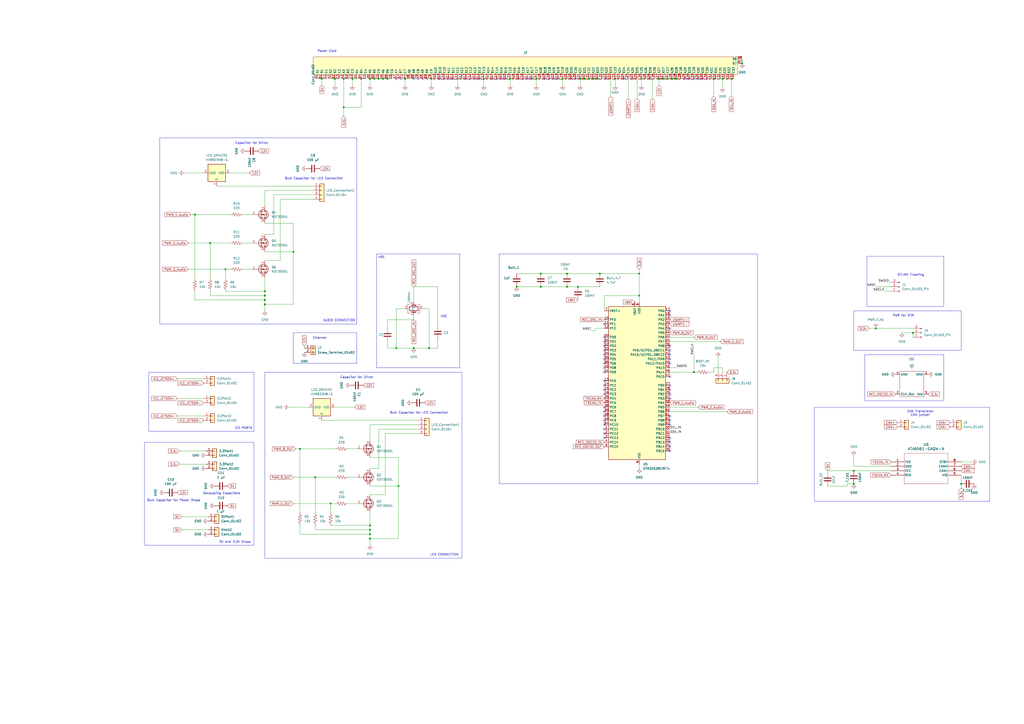
<source format=kicad_sch>
(kicad_sch (version 20250114) (generator "eeschema") (generator_version "9.0")
  (paper "A2")
  (title_block (title "Thruster Control Card") (company "Robatics @ Maryland") (comment 1 "S.G") (comment 2 "Andrew Schaefer"))
  (rectangle (start 289.56 147.32) (end 439.42 280.67))
  (rectangle (start 92.71 80.01) (end 207.01 187.96))
  (rectangle (start 153.67 215.9) (end 267.97 323.85))
  (rectangle (start 472.44 236.22) (end 574.04 290.83))
  (rectangle (start 83.82 256.54) (end 147.32 316.23))
  (rectangle (start 86.36 215.9) (end 147.32 250.19))
  (rectangle (start 170.18 193.04) (end 207.01 210.82))
  (rectangle (start 501.65 205.74) (end 547.37 232.41))
  (text "Bulk Capacitor for LED Connection\n" (at 243.078 239.522 0) (effects (font (size 1.27 1.27))))
  (text "Power Card" (at 184.15 30.48 0) (effects (font (size 1.27 1.27)) (justify left bottom)))
  (text "Decoupling Capacitors" (at 128.524 286.258 0) (effects (font (size 1.27 1.27))))
  (text "LSE" (at 528.828 208.534 0) (effects (font (size 1.27 1.27))))
  (text "Bulk Capacitor for Power Drops" (at 100.838 290.322 0) (effects (font (size 1.27 1.27))))
  (text "IC2 PORTS" (at 141.224 248.412 0) (effects (font (size 1.27 1.27))))
  (text "Capacitor for Driver" (at 207.01 218.948 0) (effects (font (size 1.27 1.27))))
  (text "AUDIO CONNECTION" (at 196.85 185.928 0) (effects (font (size 1.27 1.27))))
  (text "5V and 3.3V Drops" (at 136.398 314.452 0) (effects (font (size 1.27 1.27))))
  (text "Capacitor for Driver" (at 146.05 83.058 0) (effects (font (size 1.27 1.27))))
  (text "STLINK Flashing\n" (at 528.32 159.512 0) (effects (font (size 1.27 1.27))))
  (text "PWR for STM" (at 524.002 183.134 0) (effects (font (size 1.27 1.27))))
  (text "CAN Transciever\nCAN jumper\n" (at 533.908 239.776 0) (effects (font (size 1.27 1.27))))
  (text "Bulk Capacitor for LED Connection\n" (at 182.118 103.632 0) (effects (font (size 1.27 1.27))))
  (text "HSE\n" (at 257.556 183.642 0) (effects (font (size 1.27 1.27))))
  (text "LED CONNECTION" (at 257.81 321.818 0) (effects (font (size 1.27 1.27))))
  (text "Ethernet		" (at 191.516 196.088 0) (effects (font (size 1.27 1.27))))
  (text_box "" (at 502.92 148.59 0) (size 44.45 29.21) (margins 0.9525 0.9525 0.9525 0.9525) (effects (font (size 1.27 1.27)) (justify left top)))
  (text_box "HSE" (at 218.44 147.32 0) (size 48.26 66.04) (margins 0.9525 0.9525 0.9525 0.9525) (effects (font (size 1.27 1.27)) (justify left top)))
  (text_box "" (at 495.3 180.34 0) (size 62.23 22.86) (margins 0.9525 0.9525 0.9525 0.9525) (effects (font (size 1.27 1.27)) (justify left top)))
  (junction (at 311.15 45.72))
  (junction (at 153.67 176.53))
  (junction (at 326.39 45.72))
  (junction (at 419.1 45.72))
  (junction (at 173.99 260.35))
  (junction (at 372.11 45.72))
  (junction (at 217.17 45.72))
  (junction (at 356.87 45.72))
  (junction (at 199.39 45.72))
  (junction (at 346.71 45.72))
  (junction (at 186.69 45.72))
  (junction (at 382.27 45.72))
  (junction (at 204.47 45.72))
  (junction (at 335.28 166.37))
  (junction (at 199.39 62.23))
  (junction (at 313.69 166.37))
  (junction (at 280.67 45.72))
  (junction (at 495.3 280.67))
  (junction (at 153.67 173.99))
  (junction (at 370.84 171.45))
  (junction (at 194.31 45.72))
  (junction (at 424.18 45.72))
  (junction (at 392.43 45.72))
  (junction (at 299.72 166.37))
  (junction (at 182.88 276.86))
  (junction (at 384.81 45.72))
  (junction (at 328.93 158.75))
  (junction (at 341.63 45.72))
  (junction (at 336.55 45.72))
  (junction (at 347.98 158.75))
  (junction (at 387.35 45.72))
  (junction (at 214.63 307.34))
  (junction (at 224.79 45.72))
  (junction (at 222.25 45.72))
  (junction (at 402.59 215.9))
  (junction (at 414.02 45.72))
  (junction (at 240.03 201.93))
  (junction (at 495.3 273.05))
  (junction (at 153.67 171.45))
  (junction (at 328.93 166.37))
  (junction (at 250.19 45.72))
  (junction (at 389.89 45.72))
  (junction (at 219.71 45.72))
  (junction (at 229.87 201.93))
  (junction (at 508 190.5))
  (junction (at 113.03 124.46))
  (junction (at 231.14 281.94))
  (junction (at 209.55 45.72))
  (junction (at 370.84 158.75))
  (junction (at 191.77 292.1))
  (junction (at 214.63 309.88))
  (junction (at 313.69 158.75))
  (junction (at 170.18 146.05))
  (junction (at 557.53 280.67))
  (junction (at 234.95 45.72))
  (junction (at 214.63 312.42))
  (junction (at 430.53 36.83))
  (junction (at 214.63 45.72))
  (junction (at 153.67 168.91))
  (junction (at 295.91 45.72))
  (junction (at 265.43 45.72))
  (junction (at 214.63 304.8))
  (junction (at 339.09 45.72))
  (junction (at 529.59 193.04))
  (junction (at 344.17 45.72))
  (junction (at 121.92 140.97))
  (junction (at 248.92 201.93))
  (junction (at 130.81 156.21))
  (no_connect (at 350.52 246.38))
  (no_connect (at 331.47 45.72))
  (no_connect (at 306.07 45.72))
  (no_connect (at 388.62 203.2))
  (no_connect (at 388.62 205.74))
  (no_connect (at 257.81 45.72))
  (no_connect (at 350.52 243.84))
  (no_connect (at 388.62 231.14))
  (no_connect (at 388.62 228.6))
  (no_connect (at 270.51 45.72))
  (no_connect (at 388.62 180.34))
  (no_connect (at 350.52 203.2))
  (no_connect (at 229.87 45.72))
  (no_connect (at 350.52 198.12))
  (no_connect (at 275.59 45.72))
  (no_connect (at 388.62 261.62))
  (no_connect (at 247.65 45.72))
  (no_connect (at 303.53 45.72))
  (no_connect (at 350.52 241.3))
  (no_connect (at 388.62 226.06))
  (no_connect (at 388.62 210.82))
  (no_connect (at 293.37 45.72))
  (no_connect (at 350.52 220.98))
  (no_connect (at 255.27 45.72))
  (no_connect (at 377.19 45.72))
  (no_connect (at 350.52 200.66))
  (no_connect (at 388.62 190.5))
  (no_connect (at 308.61 45.72))
  (no_connect (at 316.23 45.72))
  (no_connect (at 402.59 45.72))
  (no_connect (at 290.83 45.72))
  (no_connect (at 388.62 246.38))
  (no_connect (at 278.13 45.72))
  (no_connect (at 262.89 45.72))
  (no_connect (at 397.51 45.72))
  (no_connect (at 350.52 251.46))
  (no_connect (at 350.52 195.58))
  (no_connect (at 300.99 45.72))
  (no_connect (at 388.62 208.28))
  (no_connect (at 232.41 45.72))
  (no_connect (at 350.52 236.22))
  (no_connect (at 350.52 205.74))
  (no_connect (at 388.62 223.52))
  (no_connect (at 388.62 256.54))
  (no_connect (at 367.03 45.72))
  (no_connect (at 350.52 215.9))
  (no_connect (at 323.85 45.72))
  (no_connect (at 285.75 45.72))
  (no_connect (at 388.62 241.3))
  (no_connect (at 350.52 248.92))
  (no_connect (at 400.05 45.72))
  (no_connect (at 388.62 254))
  (no_connect (at 351.79 45.72))
  (no_connect (at 388.62 243.84))
  (no_connect (at 388.62 259.08))
  (no_connect (at 321.31 45.72))
  (no_connect (at 350.52 187.96))
  (no_connect (at 350.52 208.28))
  (no_connect (at 240.03 45.72))
  (no_connect (at 350.52 228.6))
  (no_connect (at 350.52 226.06))
  (no_connect (at 388.62 182.88))
  (no_connect (at 350.52 254))
  (no_connect (at 407.67 45.72))
  (no_connect (at 350.52 213.36))
  (no_connect (at 273.05 45.72))
  (no_connect (at 350.52 238.76))
  (no_connect (at 288.29 45.72))
  (no_connect (at 361.95 45.72))
  (no_connect (at 388.62 218.44))
  (no_connect (at 388.62 200.66))
  (no_connect (at 350.52 223.52))
  (no_connect (at 245.11 45.72))
  (no_connect (at 410.21 45.72))
  (no_connect (at 318.77 45.72))
  (no_connect (at 334.01 45.72))
  (no_connect (at 242.57 45.72))
  (no_connect (at 260.35 45.72))
  (no_connect (at 405.13 45.72))
  (no_connect (at 350.52 210.82))
  (wire (pts (xy 328.93 158.75) (xy 347.98 158.75)))
  (wire (pts (xy 250.19 45.72) (xy 252.73 45.72)))
  (wire (pts (xy 199.39 45.72) (xy 201.93 45.72)))
  (wire (pts (xy 140.97 140.97) (xy 146.05 140.97)))
  (wire (pts (xy 326.39 45.72) (xy 326.39 49.53)))
  (wire (pts (xy 121.92 171.45) (xy 153.67 171.45)))
  (wire (pts (xy 254 201.93) (xy 248.92 201.93)))
  (wire (pts (xy 231.14 312.42) (xy 214.63 312.42)))
  (wire (pts (xy 140.97 124.46) (xy 146.05 124.46)))
  (wire (pts (xy 313.69 166.37) (xy 328.93 166.37)))
  (wire (pts (xy 414.02 213.36) (xy 419.1 213.36)))
  (wire (pts (xy 153.67 168.91) (xy 153.67 171.45)))
  (wire (pts (xy 414.02 215.9) (xy 414.02 213.36)))
  (wire (pts (xy 204.47 45.72) (xy 207.01 45.72)))
  (wire (pts (xy 130.81 156.21) (xy 133.35 156.21)))
  (wire (pts (xy 248.92 201.93) (xy 248.92 179.07)))
  (wire (pts (xy 184.15 45.72) (xy 186.69 45.72)))
  (wire (pts (xy 153.67 146.05) (xy 170.18 146.05)))
  (wire (pts (xy 162.56 151.13) (xy 162.56 115.57)))
  (wire (pts (xy 250.19 45.72) (xy 250.19 49.53)))
  (wire (pts (xy 402.59 215.9) (xy 403.86 215.9)))
  (wire (pts (xy 171.45 260.35) (xy 173.99 260.35)))
  (wire (pts (xy 424.18 45.72) (xy 425.45 45.72)))
  (wire (pts (xy 240.03 185.42) (xy 240.03 182.88)))
  (wire (pts (xy 109.22 140.97) (xy 121.92 140.97)))
  (wire (pts (xy 370.84 269.24) (xy 370.84 271.78)))
  (wire (pts (xy 219.71 45.72) (xy 222.25 45.72)))
  (wire (pts (xy 265.43 45.72) (xy 265.43 49.53)))
  (wire (pts (xy 240.03 166.37) (xy 240.03 175.26)))
  (wire (pts (xy 182.88 304.8) (xy 182.88 307.34)))
  (wire (pts (xy 557.53 280.67) (xy 557.53 275.59)))
  (wire (pts (xy 182.88 276.86) (xy 194.31 276.86)))
  (wire (pts (xy 209.55 45.72) (xy 212.09 45.72)))
  (wire (pts (xy 328.93 166.37) (xy 335.28 166.37)))
  (wire (pts (xy 345.44 191.77) (xy 345.44 190.5)))
  (wire (pts (xy 335.28 166.37) (xy 347.98 166.37)))
  (wire (pts (xy 417.83 45.72) (xy 419.1 45.72)))
  (wire (pts (xy 113.03 124.46) (xy 133.35 124.46)))
  (wire (pts (xy 173.99 309.88) (xy 214.63 309.88)))
  (wire (pts (xy 102.87 241.3) (xy 118.11 241.3)))
  (wire (pts (xy 480.06 273.05) (xy 495.3 273.05)))
  (wire (pts (xy 234.95 45.72) (xy 237.49 45.72)))
  (wire (pts (xy 344.17 45.72) (xy 346.71 45.72)))
  (wire (pts (xy 214.63 309.88) (xy 214.63 312.42)))
  (wire (pts (xy 106.68 100.33) (xy 118.11 100.33)))
  (wire (pts (xy 170.18 276.86) (xy 182.88 276.86)))
  (wire (pts (xy 224.79 45.72) (xy 227.33 45.72)))
  (wire (pts (xy 508 166.37) (xy 516.89 166.37)))
  (wire (pts (xy 153.67 176.53) (xy 153.67 180.34)))
  (wire (pts (xy 133.35 100.33) (xy 144.78 100.33)))
  (wire (pts (xy 191.77 304.8) (xy 214.63 304.8)))
  (wire (pts (xy 153.67 161.29) (xy 153.67 168.91)))
  (wire (pts (xy 382.27 45.72) (xy 384.81 45.72)))
  (wire (pts (xy 378.46 57.15) (xy 378.46 45.72)))
  (wire (pts (xy 153.67 151.13) (xy 162.56 151.13)))
  (wire (pts (xy 167.64 236.22) (xy 179.07 236.22)))
  (wire (pts (xy 162.56 115.57) (xy 181.61 115.57)))
  (wire (pts (xy 222.25 45.72) (xy 224.79 45.72)))
  (wire (pts (xy 311.15 45.72) (xy 313.69 45.72)))
  (wire (pts (xy 341.63 45.72) (xy 344.17 45.72)))
  (wire (pts (xy 217.17 45.72) (xy 219.71 45.72)))
  (wire (pts (xy 170.18 176.53) (xy 153.67 176.53)))
  (wire (pts (xy 557.53 267.97) (xy 563.88 267.97)))
  (wire (pts (xy 201.93 292.1) (xy 207.01 292.1)))
  (wire (pts (xy 170.18 129.54) (xy 170.18 146.05)))
  (wire (pts (xy 194.31 45.72) (xy 196.85 45.72)))
  (wire (pts (xy 372.11 45.72) (xy 372.11 49.53)))
  (wire (pts (xy 102.87 219.71) (xy 118.11 219.71)))
  (wire (pts (xy 214.63 246.38) (xy 214.63 255.27)))
  (wire (pts (xy 419.1 45.72) (xy 420.37 45.72)))
  (wire (pts (xy 191.77 292.1) (xy 194.31 292.1)))
  (wire (pts (xy 209.55 62.23) (xy 199.39 62.23)))
  (wire (pts (xy 388.62 213.36) (xy 392.43 213.36)))
  (wire (pts (xy 350.52 171.45) (xy 350.52 180.34)))
  (wire (pts (xy 214.63 45.72) (xy 217.17 45.72)))
  (wire (pts (xy 109.22 156.21) (xy 130.81 156.21)))
  (wire (pts (xy 121.92 140.97) (xy 133.35 140.97)))
  (wire (pts (xy 491.49 280.67) (xy 495.3 280.67)))
  (wire (pts (xy 430.53 34.29) (xy 430.53 36.83)))
  (wire (pts (xy 388.62 198.12) (xy 417.83 198.12)))
  (wire (pts (xy 153.67 135.89) (xy 158.75 135.89)))
  (wire (pts (xy 113.03 168.91) (xy 113.03 173.99)))
  (wire (pts (xy 223.52 251.46) (xy 242.57 251.46)))
  (wire (pts (xy 364.49 45.72) (xy 364.49 57.15)))
  (wire (pts (xy 186.69 45.72) (xy 189.23 45.72)))
  (wire (pts (xy 345.44 190.5) (xy 350.52 190.5)))
  (wire (pts (xy 299.72 158.75) (xy 313.69 158.75)))
  (wire (pts (xy 389.89 45.72) (xy 392.43 45.72)))
  (wire (pts (xy 356.87 45.72) (xy 359.41 45.72)))
  (wire (pts (xy 508 190.5) (xy 529.59 190.5)))
  (wire (pts (xy 140.97 156.21) (xy 146.05 156.21)))
  (wire (pts (xy 158.75 113.03) (xy 181.61 113.03)))
  (wire (pts (xy 173.99 260.35) (xy 173.99 297.18)))
  (wire (pts (xy 199.39 62.23) (xy 199.39 67.31)))
  (wire (pts (xy 370.84 158.75) (xy 347.98 158.75)))
  (wire (pts (xy 201.93 260.35) (xy 207.01 260.35)))
  (wire (pts (xy 295.91 45.72) (xy 295.91 49.53)))
  (wire (pts (xy 104.14 261.62) (xy 119.38 261.62)))
  (wire (pts (xy 130.81 156.21) (xy 130.81 161.29)))
  (wire (pts (xy 424.18 45.72) (xy 424.18 55.88)))
  (wire (pts (xy 104.14 269.24) (xy 119.38 269.24)))
  (wire (pts (xy 480.06 273.05) (xy 480.06 274.32)))
  (wire (pts (xy 495.3 273.05) (xy 516.89 273.05)))
  (wire (pts (xy 414.02 45.72) (xy 415.29 45.72)))
  (wire (pts (xy 229.87 201.93) (xy 240.03 201.93)))
  (wire (pts (xy 121.92 140.97) (xy 121.92 161.29)))
  (wire (pts (xy 121.92 168.91) (xy 121.92 171.45)))
  (wire (pts (xy 240.03 166.37) (xy 254 166.37)))
  (wire (pts (xy 387.35 45.72) (xy 389.89 45.72)))
  (wire (pts (xy 248.92 179.07) (xy 245.11 179.07)))
  (wire (pts (xy 529.59 193.04) (xy 529.59 195.58)))
  (wire (pts (xy 557.53 283.21) (xy 557.53 280.67)))
  (wire (pts (xy 214.63 304.8) (xy 214.63 307.34)))
  (wire (pts (xy 370.84 158.75) (xy 370.84 171.45)))
  (wire (pts (xy 170.18 146.05) (xy 170.18 176.53)))
  (wire (pts (xy 223.52 287.02) (xy 223.52 251.46)))
  (wire (pts (xy 153.67 129.54) (xy 170.18 129.54)))
  (wire (pts (xy 234.95 45.72) (xy 234.95 49.53)))
  (wire (pts (xy 201.93 276.86) (xy 207.01 276.86)))
  (wire (pts (xy 369.57 45.72) (xy 369.57 57.15)))
  (wire (pts (xy 219.71 271.78) (xy 219.71 248.92)))
  (wire (pts (xy 214.63 307.34) (xy 214.63 309.88)))
  (wire (pts (xy 350.52 171.45) (xy 370.84 171.45)))
  (wire (pts (xy 191.77 45.72) (xy 194.31 45.72)))
  (wire (pts (xy 214.63 287.02) (xy 223.52 287.02)))
  (wire (pts (xy 388.62 195.58) (xy 402.59 195.58)))
  (wire (pts (xy 186.69 45.72) (xy 186.69 49.53)))
  (wire (pts (xy 416.56 207.01) (xy 416.56 215.9)))
  (wire (pts (xy 384.81 45.72) (xy 387.35 45.72)))
  (wire (pts (xy 392.43 45.72) (xy 394.97 45.72)))
  (wire (pts (xy 204.47 45.72) (xy 204.47 49.53)))
  (wire (pts (xy 176.53 200.66) (xy 176.53 201.93)))
  (wire (pts (xy 346.71 45.72) (xy 349.25 45.72)))
  (wire (pts (xy 370.84 156.21) (xy 370.84 158.75)))
  (wire (pts (xy 170.18 292.1) (xy 191.77 292.1)))
  (wire (pts (xy 372.11 45.72) (xy 374.65 45.72)))
  (wire (pts (xy 388.62 236.22) (xy 405.13 236.22)))
  (wire (pts (xy 153.67 110.49) (xy 153.67 119.38)))
  (wire (pts (xy 254 196.85) (xy 254 201.93)))
  (wire (pts (xy 214.63 297.18) (xy 214.63 304.8)))
  (wire (pts (xy 295.91 45.72) (xy 298.45 45.72)))
  (wire (pts (xy 339.09 45.72) (xy 341.63 45.72)))
  (wire (pts (xy 515.62 163.83) (xy 516.89 163.83)))
  (wire (pts (xy 336.55 45.72) (xy 339.09 45.72)))
  (wire (pts (xy 182.88 276.86) (xy 182.88 297.18)))
  (wire (pts (xy 495.3 264.16) (xy 495.3 270.51)))
  (wire (pts (xy 419.1 45.72) (xy 419.1 50.8)))
  (wire (pts (xy 214.63 312.42) (xy 214.63 316.23)))
  (wire (pts (xy 342.9 191.77) (xy 345.44 191.77)))
  (wire (pts (xy 382.27 45.72) (xy 382.27 49.53)))
  (wire (pts (xy 219.71 248.92) (xy 242.57 248.92)))
  (wire (pts (xy 224.79 185.42) (xy 224.79 190.5)))
  (wire (pts (xy 194.31 236.22) (xy 205.74 236.22)))
  (wire (pts (xy 412.75 45.72) (xy 414.02 45.72)))
  (wire (pts (xy 181.61 110.49) (xy 153.67 110.49)))
  (wire (pts (xy 173.99 304.8) (xy 173.99 309.88)))
  (wire (pts (xy 214.63 281.94) (xy 231.14 281.94)))
  (wire (pts (xy 414.02 45.72) (xy 414.02 55.88)))
  (wire (pts (xy 110.49 124.46) (xy 113.03 124.46)))
  (wire (pts (xy 231.14 265.43) (xy 231.14 281.94)))
  (wire (pts (xy 158.75 135.89) (xy 158.75 113.03)))
  (wire (pts (xy 313.69 158.75) (xy 328.93 158.75)))
  (wire (pts (xy 491.49 281.94) (xy 491.49 280.67)))
  (wire (pts (xy 153.67 171.45) (xy 153.67 173.99)))
  (wire (pts (xy 516.89 270.51) (xy 495.3 270.51)))
  (wire (pts (xy 199.39 45.72) (xy 199.39 62.23)))
  (wire (pts (xy 254 166.37) (xy 254 189.23)))
  (wire (pts (xy 102.87 231.14) (xy 118.11 231.14)))
  (wire (pts (xy 336.55 45.72) (xy 336.55 49.53)))
  (wire (pts (xy 191.77 292.1) (xy 191.77 297.18)))
  (wire (pts (xy 354.33 45.72) (xy 354.33 55.88)))
  (wire (pts (xy 299.72 166.37) (xy 313.69 166.37)))
  (wire (pts (xy 311.15 45.72) (xy 311.15 49.53)))
  (wire (pts (xy 480.06 281.94) (xy 491.49 281.94)))
  (wire (pts (xy 153.67 173.99) (xy 153.67 176.53)))
  (wire (pts (xy 513.08 168.91) (xy 516.89 168.91)))
  (wire (pts (xy 231.14 281.94) (xy 231.14 312.42)))
  (wire (pts (xy 182.88 307.34) (xy 214.63 307.34)))
  (wire (pts (xy 194.31 45.72) (xy 194.31 49.53)))
  (wire (pts (xy 326.39 45.72) (xy 328.93 45.72)))
  (wire (pts (xy 265.43 45.72) (xy 267.97 45.72)))
  (wire (pts (xy 240.03 201.93) (xy 248.92 201.93)))
  (wire (pts (xy 224.79 201.93) (xy 229.87 201.93)))
  (wire (pts (xy 280.67 45.72) (xy 280.67 49.53)))
  (wire (pts (xy 105.41 307.34) (xy 120.65 307.34)))
  (wire (pts (xy 422.91 45.72) (xy 424.18 45.72)))
  (wire (pts (xy 280.67 45.72) (xy 283.21 45.72)))
  (wire (pts (xy 173.99 260.35) (xy 194.31 260.35)))
  (wire (pts (xy 504.19 190.5) (xy 508 190.5)))
  (wire (pts (xy 402.59 205.74) (xy 402.59 215.9)))
  (wire (pts (xy 125.73 107.95) (xy 181.61 107.95)))
  (wire (pts (xy 186.69 243.84) (xy 242.57 243.84)))
  (wire (pts (xy 214.63 271.78) (xy 219.71 271.78)))
  (wire (pts (xy 113.03 124.46) (xy 113.03 161.29)))
  (wire (pts (xy 356.87 45.72) (xy 356.87 49.53)))
  (wire (pts (xy 242.57 246.38) (xy 214.63 246.38)))
  (wire (pts (xy 388.62 215.9) (xy 402.59 215.9)))
  (wire (pts (xy 388.62 238.76) (xy 421.64 238.76)))
  (wire (pts (xy 229.87 179.07) (xy 234.95 179.07)))
  (wire (pts (xy 370.84 171.45) (xy 370.84 175.26)))
  (wire (pts (xy 105.41 299.72) (xy 120.65 299.72)))
  (wire (pts (xy 214.63 45.72) (xy 214.63 49.53)))
  (wire (pts (xy 209.55 45.72) (xy 209.55 62.23)))
  (wire (pts (xy 214.63 265.43) (xy 231.14 265.43)))
  (wire (pts (xy 419.1 213.36) (xy 419.1 215.9)))
  (wire (pts (xy 378.46 45.72) (xy 379.73 45.72)))
  (wire (pts (xy 529.59 193.04) (xy 523.24 193.04)))
  (wire (pts (xy 130.81 168.91) (xy 153.67 168.91)))
  (wire (pts (xy 224.79 198.12) (xy 224.79 201.93)))
  (wire (pts (xy 229.87 179.07) (xy 229.87 201.93)))
  (wire (pts (xy 113.03 173.99) (xy 153.67 173.99)))
  (wire (pts (xy 224.79 185.42) (xy 240.03 185.42)))
  (wire (pts (xy 411.48 215.9) (xy 414.02 215.9)))
  (label "SDA_IN" (at 388.62 251.46 0))
  (label "NRST" (at 508 166.37 180))
  (label "SWDIO" (at 515.62 163.83 180))
  (label "SCL_IN" (at 388.62 248.92 0))
  (label "SWCLK" (at 402.59 205.74 90))
  (label "SWDIO" (at 392.43 213.36 0))
  (label "NRST" (at 342.9 191.77 180))
  (label "SWCLK" (at 513.08 168.91 180))
  (global_label "CAN-" (shape input) (at 551.18 247.65 180) (property "Intersheetrefs" "${INTERSHEET_REFS}" (effects (hide yes))))
  (global_label "CAN+" (shape input) (at 520.7 247.65 180) (property "Intersheetrefs" "${INTERSHEET_REFS}" (effects (hide yes))))
  (global_label "PWM_3_Audio" (shape input) (at 421.64 238.76 0) (property "Intersheetrefs" "${INTERSHEET_REFS}" (effects (hide yes))))
  (global_label "5V" (shape input) (at 480.06 273.05 90) (property "Intersheetrefs" "${INTERSHEET_REFS}" (effects (hide yes))))
  (global_label "3.3v" (shape input) (at 504.19 190.5 180) (property "Intersheetrefs" "${INTERSHEET_REFS}" (effects (hide yes))))
  (global_label "PWM_3_Audio" (shape input) (at 109.22 156.21 180) (property "Intersheetrefs" "${INTERSHEET_REFS}" (effects (hide yes))))
  (global_label "USART1-" (shape input) (at 354.33 55.88 270) (property "Intersheetrefs" "${INTERSHEET_REFS}" (effects (hide yes))))
  (global_label "12V" (shape input) (at 382.27 49.53 270) (property "Intersheetrefs" "${INTERSHEET_REFS}" (effects (hide yes))))
  (global_label "PWM_R_OUT" (shape input) (at 402.59 195.58 0) (property "Intersheetrefs" "${INTERSHEET_REFS}" (effects (hide yes))))
  (global_label "12V" (shape input) (at 144.78 100.33 0) (property "Intersheetrefs" "${INTERSHEET_REFS}" (effects (hide yes))))
  (global_label "RCC_OSC_IN" (shape input) (at 240.03 185.42 270) (property "Intersheetrefs" "${INTERSHEET_REFS}" (effects (hide yes))))
  (global_label "USART1-" (shape input) (at 388.62 187.96 0) (property "Intersheetrefs" "${INTERSHEET_REFS}" (effects (hide yes))))
  (global_label "FDCAN_TX" (shape input) (at 350.52 233.68 180) (property "Intersheetrefs" "${INTERSHEET_REFS}" (effects (hide yes))))
  (global_label "RCC_OSC32_OUT" (shape input) (at 350.52 259.08 180) (property "Intersheetrefs" "${INTERSHEET_REFS}" (effects (hide yes))))
  (global_label "SDA_IN" (shape input) (at 414.02 55.88 270) (property "Intersheetrefs" "${INTERSHEET_REFS}" (effects (hide yes))))
  (global_label "3.3v" (shape input) (at 104.14 261.62 180) (property "Intersheetrefs" "${INTERSHEET_REFS}" (effects (hide yes))))
  (global_label "RCC_OSC32_IN" (shape input) (at 350.52 256.54 180) (property "Intersheetrefs" "${INTERSHEET_REFS}" (effects (hide yes))))
  (global_label "12V" (shape input) (at 149.86 87.63 0) (property "Intersheetrefs" "${INTERSHEET_REFS}" (effects (hide yes))))
  (global_label "IC2_JETSON-" (shape input) (at 118.11 222.25 180) (property "Intersheetrefs" "${INTERSHEET_REFS}" (effects (hide yes))))
  (global_label "CAN+" (shape input) (at 557.53 270.51 0) (property "Intersheetrefs" "${INTERSHEET_REFS}" (effects (hide yes))))
  (global_label "PWM_G_OUT" (shape input) (at 170.18 292.1 180) (property "Intersheetrefs" "${INTERSHEET_REFS}" (effects (hide yes))))
  (global_label "5V" (shape input) (at 186.69 49.53 270) (property "Intersheetrefs" "${INTERSHEET_REFS}" (effects (hide yes))))
  (global_label "12V" (shape input) (at 205.74 236.22 0) (property "Intersheetrefs" "${INTERSHEET_REFS}" (effects (hide yes))))
  (global_label "VBAT" (shape input) (at 368.3 175.26 180) (property "Intersheetrefs" "${INTERSHEET_REFS}" (effects (hide yes))))
  (global_label "3.3v" (shape input) (at 199.39 67.31 270) (property "Intersheetrefs" "${INTERSHEET_REFS}" (effects (hide yes))))
  (global_label "5V" (shape input) (at 132.08 293.37 0) (property "Intersheetrefs" "${INTERSHEET_REFS}" (effects (hide yes))))
  (global_label "12V" (shape input) (at 246.38 233.68 0) (property "Intersheetrefs" "${INTERSHEET_REFS}" (effects (hide yes))))
  (global_label "PWM_1_Audio" (shape input) (at 388.62 233.68 0) (property "Intersheetrefs" "${INTERSHEET_REFS}" (effects (hide yes))))
  (global_label "IC2_JETSON+" (shape input) (at 102.87 241.3 180) (property "Intersheetrefs" "${INTERSHEET_REFS}" (effects (hide yes))))
  (global_label "3.3v" (shape input) (at 557.53 283.21 270) (property "Intersheetrefs" "${INTERSHEET_REFS}" (effects (hide yes))))
  (global_label "CAN-" (shape input) (at 378.46 57.15 270) (property "Intersheetrefs" "${INTERSHEET_REFS}" (effects (hide yes))))
  (global_label "FDCAN_RX" (shape input) (at 350.52 231.14 180) (property "Intersheetrefs" "${INTERSHEET_REFS}" (effects (hide yes))))
  (global_label "3.3v" (shape input) (at 104.14 269.24 180) (property "Intersheetrefs" "${INTERSHEET_REFS}" (effects (hide yes))))
  (global_label "VBAT" (shape input) (at 335.28 173.99 180) (property "Intersheetrefs" "${INTERSHEET_REFS}" (effects (hide yes))))
  (global_label "IC2_JETSON-" (shape input) (at 118.11 233.68 180) (property "Intersheetrefs" "${INTERSHEET_REFS}" (effects (hide yes))))
  (global_label "USART1+" (shape input) (at 388.62 185.42 0) (property "Intersheetrefs" "${INTERSHEET_REFS}" (effects (hide yes))))
  (global_label "IC2_JETSON+" (shape input) (at 102.87 219.71 180) (property "Intersheetrefs" "${INTERSHEET_REFS}" (effects (hide yes))))
  (global_label "12V" (shape input) (at 210.82 223.52 0) (property "Intersheetrefs" "${INTERSHEET_REFS}" (effects (hide yes))))
  (global_label "RCC_OSC32_IN" (shape input) (at 519.43 228.6 180) (property "Intersheetrefs" "${INTERSHEET_REFS}" (effects (hide yes))))
  (global_label "PWM_B_OUT" (shape input) (at 388.62 193.04 0) (property "Intersheetrefs" "${INTERSHEET_REFS}" (effects (hide yes))))
  (global_label "CAN-" (shape input) (at 551.18 245.11 180) (property "Intersheetrefs" "${INTERSHEET_REFS}" (effects (hide yes))))
  (global_label "IC2_JETSON+" (shape input) (at 102.87 231.14 180) (property "Intersheetrefs" "${INTERSHEET_REFS}" (effects (hide yes))))
  (global_label "SCL_IN" (shape input) (at 424.18 55.88 270) (property "Intersheetrefs" "${INTERSHEET_REFS}" (effects (hide yes))))
  (global_label "RCC_OSC_OUT" (shape input) (at 240.03 166.37 90) (property "Intersheetrefs" "${INTERSHEET_REFS}" (effects (hide yes))))
  (global_label "5V" (shape input) (at 132.08 281.94 0) (property "Intersheetrefs" "${INTERSHEET_REFS}" (effects (hide yes))))
  (global_label "CAN+" (shape input) (at 520.7 245.11 180) (property "Intersheetrefs" "${INTERSHEET_REFS}" (effects (hide yes))))
  (global_label "12V" (shape input) (at 176.53 200.66 90) (property "Intersheetrefs" "${INTERSHEET_REFS}" (effects (hide yes))))
  (global_label "PWM_2_Audio" (shape input) (at 405.13 236.22 0) (property "Intersheetrefs" "${INTERSHEET_REFS}" (effects (hide yes))))
  (global_label "PWM_1_Audio" (shape input) (at 110.49 124.46 180) (property "Intersheetrefs" "${INTERSHEET_REFS}" (effects (hide yes))))
  (global_label "12V" (shape input) (at 102.87 285.75 0) (property "Intersheetrefs" "${INTERSHEET_REFS}" (effects (hide yes))))
  (global_label "CAN-" (shape input) (at 557.53 273.05 0) (property "Intersheetrefs" "${INTERSHEET_REFS}" (effects (hide yes))))
  (global_label "5V" (shape input) (at 105.41 307.34 180) (property "Intersheetrefs" "${INTERSHEET_REFS}" (effects (hide yes))))
  (global_label "USART1+" (shape input) (at 364.49 57.15 270) (property "Intersheetrefs" "${INTERSHEET_REFS}" (effects (hide yes))))
  (global_label "PWM_2_Audio" (shape input) (at 109.22 140.97 180) (property "Intersheetrefs" "${INTERSHEET_REFS}" (effects (hide yes))))
  (global_label "PWM_B_OUT" (shape input) (at 171.45 260.35 180) (property "Intersheetrefs" "${INTERSHEET_REFS}" (effects (hide yes))))
  (global_label "RCC_OSC_IN" (shape input) (at 350.52 185.42 180) (property "Intersheetrefs" "${INTERSHEET_REFS}" (effects (hide yes))))
  (global_label "PWM_R_OUT" (shape input) (at 170.18 276.86 180) (property "Intersheetrefs" "${INTERSHEET_REFS}" (effects (hide yes))))
  (global_label "FDCAN_TX" (shape input) (at 516.89 267.97 180) (property "Intersheetrefs" "${INTERSHEET_REFS}" (effects (hide yes))))
  (global_label "IC2_JETSON-" (shape input) (at 118.11 243.84 180) (property "Intersheetrefs" "${INTERSHEET_REFS}" (effects (hide yes))))
  (global_label "12V" (shape input) (at 185.42 97.79 0) (property "Intersheetrefs" "${INTERSHEET_REFS}" (effects (hide yes))))
  (global_label "3.3v" (shape input) (at 538.48 228.6 0) (property "Intersheetrefs" "${INTERSHEET_REFS}" (effects (hide yes))))
  (global_label "3.3v" (shape input) (at 370.84 156.21 90) (property "Intersheetrefs" "${INTERSHEET_REFS}" (effects (hide yes))))
  (global_label "FDCAN_RX" (shape input) (at 516.89 275.59 180) (property "Intersheetrefs" "${INTERSHEET_REFS}" (effects (hide yes))))
  (global_label "CAN+" (shape input) (at 369.57 57.15 270) (property "Intersheetrefs" "${INTERSHEET_REFS}" (effects (hide yes))))
  (global_label "3.3v" (shape input) (at 421.64 215.9 0) (property "Intersheetrefs" "${INTERSHEET_REFS}" (effects (hide yes))))
  (global_label "PWM_G_OUT" (shape input) (at 417.83 198.12 0) (property "Intersheetrefs" "${INTERSHEET_REFS}" (effects (hide yes))))
  (global_label "5V" (shape input) (at 105.41 299.72 180) (property "Intersheetrefs" "${INTERSHEET_REFS}" (effects (hide yes))))
  (symbol (lib_id "power:GND") (at 95.25 285.75 270) (unit 1)
    (property "Reference" "#PWR043" (effects (hide yes)))
    (property "Value" "GND" (at 90.17 285.75 0))
  )
  (symbol (lib_id "custom_components:SiT1552") (at 523.24 217.17 0) (unit 1)
    (property "Reference" "U1" (at 528.955 212.09 0))
    (property "Value" "~" (at 528.955 213.36 0))
    (property "Footprint" "custom_components:SiT1552" (effects (hide yes)))
  )
  (symbol (lib_id "Device:R_US") (at 198.12 292.1 90) (unit 1)
    (property "Reference" "R3" (at 198.12 285.75 90))
    (property "Value" "220" (at 198.12 288.29 90))
    (property "Footprint" "Resistor_SMD:R_0805_2012Metric_Pad1.20x1.40mm_HandSolder" (effects (hide yes)))
    (property "Description" "Resistor, US symbol" (effects (hide yes)))
  )
  (symbol (lib_id "power:GND") (at 495.3 264.16 180) (unit 1)
    (property "Reference" "#PWR050" (effects (hide yes)))
    (property "Value" "GND" (at 495.3 259.08 0))
  )
  (symbol (lib_id "power:GND") (at 238.76 233.68 270) (unit 1)
    (property "Reference" "#PWR011" (effects (hide yes)))
    (property "Value" "GND" (at 233.68 233.68 0))
  )
  (symbol (lib_id "power:GND") (at 419.1 50.8 0) (unit 1)
    (property "Reference" "#PWR013" (effects (hide yes)))
    (property "Value" "GND" (at 419.1 55.88 0))
  )
  (symbol (lib_id "power:GND") (at 495.3 280.67 0) (unit 1)
    (property "Reference" "#PWR049" (effects (hide yes)))
    (property "Value" "GND" (at 495.3 285.75 0))
  )
  (symbol (lib_id "Device:C") (at 254 193.04 0) (unit 1)
    (property "Reference" "C3" (at 257.302 193.04 0) (effects (justify left)))
    (property "Value" "10pF" (effects (hide yes)))
    (property "Footprint" "Capacitor_SMD:C_0603_1608Metric" (effects (hide yes)))
    (property "Description" "Unpolarized capacitor" (effects (hide yes)))
  )
  (symbol (lib_id "Connector_Generic:Conn_01x02") (at 125.73 307.34 0) (unit 1)
    (property "Reference" "5Volt2" (at 128.27 307.3399 0) (effects (justify left)))
    (property "Value" "Conn_01x02" (at 128.27 309.8799 0) (effects (justify left)))
    (property "Footprint" "Connector_PinHeader_2.54mm:PinHeader_1x02_P2.54mm_Vertical" (effects (hide yes)))
    (property "Description" "Generic connector, single row, 01x02, script generated (kicad-library-utils/schlib/autogen/connector/)" (effects (hide yes)))
  )
  (symbol (lib_id "Transistor_FET:NDT3055L") (at 151.13 140.97 0) (unit 1)
    (property "Reference" "Q5" (at 157.48 139.6999 0) (effects (justify left)))
    (property "Value" "NDT3055L" (at 157.48 142.2399 0) (effects (justify left)))
    (property "Footprint" "Package_TO_SOT_SMD:SOT-223-3_TabPin2" (effects (hide yes)))
    (property "Datasheet" "https://www.onsemi.com/pdf/datasheet/ndt3055l-d.pdf" (effects (hide yes)))
    (property "Description" "4A Id, 60V Vds, N-Channel Logic Level Enhancement Mode MOSFET, SOT-223" (effects (hide yes)))
  )
  (symbol (lib_name "GND_2") (lib_id "power:GND") (at 106.68 100.33 270) (unit 1)
    (property "Reference" "#PWR017" (effects (hide yes)))
    (property "Value" "GND" (at 102.87 100.3299 90) (effects (justify right)))
    (property "Description" "Power symbol creates a global label with name \"GND\" , ground" (effects (hide yes)))
  )
  (symbol (lib_id "power:GND") (at 280.67 49.53 0) (unit 1)
    (property "Reference" "#PWR027" (effects (hide yes)))
    (property "Value" "GND" (at 280.67 54.61 0))
  )
  (symbol (lib_id "Device:C") (at 224.79 194.31 0) (unit 1)
    (property "Reference" "C2" (at 219.71 194.056 0) (effects (justify left)))
    (property "Value" "10pF" (effects (hide yes)))
    (property "Footprint" "Capacitor_SMD:C_0603_1608Metric" (effects (hide yes)))
    (property "Description" "Unpolarized capacitor" (effects (hide yes)))
  )
  (symbol (lib_id "power:GND") (at 372.11 49.53 0) (unit 1)
    (property "Reference" "#PWR033" (effects (hide yes)))
    (property "Value" "GND" (at 372.11 54.61 0))
  )
  (symbol (lib_id "Connector_Generic:Conn_01x03") (at 419.1 220.98 270) (unit 1)
    (property "Reference" "J8" (at 424.18 219.7099 90) (effects (justify left)))
    (property "Value" "Conn_01x03" (at 424.18 222.2499 90) (effects (justify left)))
    (property "Footprint" "custom_components:slide_switch_EGER1218_Thruster" (effects (hide yes)))
    (property "Description" "Generic connector, single row, 01x03, script generated (kicad-library-utils/schlib/autogen/connector/)" (effects (hide yes)))
  )
  (symbol (lib_id "power:GND") (at 299.72 166.37 0) (unit 1)
    (property "Reference" "#PWR052" (effects (hide yes)))
    (property "Value" "GND" (at 299.72 171.45 0))
  )
  (symbol (lib_id "power:GND") (at 203.2 223.52 270) (unit 1)
    (property "Reference" "#PWR021" (effects (hide yes)))
    (property "Value" "GND" (at 198.12 223.52 0))
  )
  (symbol (lib_id "Device:C") (at 181.61 97.79 270) (unit 1)
    (property "Reference" "C9" (at 181.61 90.17 90))
    (property "Value" "100 µF" (at 181.61 92.71 90))
    (property "Footprint" "Capacitor_THT:CP_Radial_D6.3mm_P2.50mm" (effects (hide yes)))
  )
  (symbol (lib_id "power:GND") (at 250.19 49.53 0) (unit 1)
    (property "Reference" "#PWR025" (effects (hide yes)))
    (property "Value" "GND" (at 250.19 54.61 0))
  )
  (symbol (lib_id "Device:C") (at 99.06 285.75 270) (unit 1)
    (property "Reference" "C10" (at 99.06 278.13 90))
    (property "Value" "100 µF" (at 99.06 280.67 90))
    (property "Footprint" "Capacitor_THT:CP_Radial_D6.3mm_P2.50mm" (effects (hide yes)))
  )
  (symbol (lib_id "power:GND") (at 565.15 280.67 0) (unit 1)
    (property "Reference" "#PWR048" (effects (hide yes)))
    (property "Value" "GND" (at 565.15 285.75 0))
  )
  (symbol (lib_id "power:GND") (at 124.46 281.94 270) (unit 1)
    (property "Reference" "#PWR056" (effects (hide yes)))
    (property "Value" "GND" (at 119.38 281.94 0))
  )
  (symbol (lib_id "Device:C") (at 128.27 293.37 270) (unit 1)
    (property "Reference" "C12" (at 128.27 288.798 90))
    (property "Value" "1 µF" (at 128.016 296.672 90))
    (property "Footprint" "Capacitor_THT:CP_Radial_D6.3mm_P2.50mm" (effects (hide yes)))
  )
  (symbol (lib_id "Transistor_FET:NDT3055L") (at 212.09 276.86 0) (unit 1)
    (property "Reference" "Q2" (at 218.44 275.5899 0) (effects (justify left)))
    (property "Value" "NDT3055L" (at 218.44 278.1299 0) (effects (justify left)))
    (property "Footprint" "Package_TO_SOT_SMD:SOT-223-3_TabPin2" (effects (hide yes)))
    (property "Datasheet" "https://www.onsemi.com/pdf/datasheet/ndt3055l-d.pdf" (effects (hide yes)))
    (property "Description" "4A Id, 60V Vds, N-Channel Logic Level Enhancement Mode MOSFET, SOT-223" (effects (hide yes)))
  )
  (symbol (lib_id "Device:C") (at 207.01 223.52 270) (unit 1)
    (property "Reference" "C1" (at 208.2801 227.33 0) (effects (justify left)))
    (property "Value" "100nf" (at 205.7401 227.33 0) (effects (justify left)))
    (property "Footprint" "Capacitor_THT:CP_Radial_D6.3mm_P2.50mm" (effects (hide yes)))
  )
  (symbol (lib_id "power:GND") (at 538.48 217.17 90) (unit 1)
    (property "Reference" "#PWR010" (effects (hide yes)))
    (property "Value" "GND" (at 542.29 217.1699 90) (effects (justify right)))
  )
  (symbol (lib_id "Device:R_US") (at 407.67 215.9 90) (unit 1)
    (property "Reference" "BOOT_R1" (at 407.67 209.55 90))
    (property "Value" "10k" (at 407.67 212.09 90))
    (property "Footprint" "Resistor_SMD:R_0805_2012Metric_Pad1.20x1.40mm_HandSolder" (effects (hide yes)))
    (property "Description" "Resistor, US symbol" (effects (hide yes)))
  )
  (symbol (lib_name "GND_4") (lib_id "power:GND") (at 120.65 309.88 270) (unit 1)
    (property "Reference" "#PWR036" (effects (hide yes)))
    (property "Value" "GND" (at 116.84 309.8799 90) (effects (justify right)))
    (property "Description" "Power symbol creates a global label with name \"GND\" , ground" (effects (hide yes)))
  )
  (symbol (lib_id "Device:C") (at 561.34 280.67 90) (unit 1)
    (property "Reference" "T_Cd2" (at 561.34 284.48 90))
    (property "Value" "100nF" (at 561.34 277.114 90))
    (property "Footprint" "Capacitor_SMD:C_0805_2012Metric_Pad1.18x1.45mm_HandSolder" (effects (hide yes)))
    (property "Description" "Unpolarized capacitor" (effects (hide yes)))
  )
  (symbol (lib_id "Connector_Generic:Conn_01x02") (at 124.46 269.24 0) (unit 1)
    (property "Reference" "3.3Port2" (at 127 269.2399 0) (effects (justify left)))
    (property "Value" "Conn_01x02" (at 127 271.7799 0) (effects (justify left)))
    (property "Footprint" "Connector_PinHeader_2.54mm:PinHeader_1x02_P2.54mm_Vertical" (effects (hide yes)))
    (property "Description" "Generic connector, single row, 01x02, script generated (kicad-library-utils/schlib/autogen/connector/)" (effects (hide yes)))
  )
  (symbol (lib_id "Device:R_US") (at 198.12 276.86 90) (unit 1)
    (property "Reference" "R2" (at 198.12 270.51 90))
    (property "Value" "220" (at 198.12 273.05 90))
    (property "Footprint" "Resistor_SMD:R_0805_2012Metric_Pad1.20x1.40mm_HandSolder" (effects (hide yes)))
    (property "Description" "Resistor, US symbol" (effects (hide yes)))
  )
  (symbol (lib_id "Connector:Conn_01x03_Pin") (at 521.97 166.37 180) (unit 1)
    (property "Reference" "J1" (at 523.24 165.0999 0) (effects (justify right)))
    (property "Value" "Conn_01x03_Pin" (at 523.24 167.6399 0) (effects (justify right)))
    (property "Footprint" "Connector_PinHeader_2.54mm:PinHeader_1x03_P2.54mm_Vertical" (effects (hide yes)))
    (property "Description" "Generic connector, single row, 01x03, script generated" (effects (hide yes)))
  )
  (symbol (lib_id "power:GND") (at 124.46 293.37 270) (unit 1)
    (property "Reference" "#PWR058" (effects (hide yes)))
    (property "Value" "GND" (at 119.38 293.37 0))
  )
  (symbol (lib_name "GND_3") (lib_id "power:GND") (at 119.38 264.16 270) (unit 1)
    (property "Reference" "#PWR035" (effects (hide yes)))
    (property "Value" "GND" (at 115.57 264.1599 90) (effects (justify right)))
    (property "Description" "Power symbol creates a global label with name \"GND\" , ground" (effects (hide yes)))
  )
  (symbol (lib_id "Device:C") (at 480.06 278.13 0) (unit 1)
    (property "Reference" "Bulk_22" (at 476.25 278.13 90))
    (property "Value" "22uF" (at 483.616 278.13 90))
    (property "Footprint" "Capacitor_SMD:C_0805_2012Metric_Pad1.18x1.45mm_HandSolder" (effects (hide yes)))
    (property "Description" "Unpolarized capacitor" (effects (hide yes)))
  )
  (symbol (lib_id "Device:R_US") (at 137.16 140.97 90) (unit 1)
    (property "Reference" "R11" (at 137.16 134.62 90))
    (property "Value" "220" (at 137.16 137.16 90))
    (property "Footprint" "Resistor_SMD:R_0805_2012Metric_Pad1.20x1.40mm_HandSolder" (effects (hide yes)))
    (property "Description" "Resistor, US symbol" (effects (hide yes)))
  )
  (symbol (lib_id "power:GND") (at 430.53 36.83 0) (unit 1)
    (property "Reference" "#PWR09" (effects (hide yes)))
    (property "Value" "GND" (at 430.53 41.91 0))
  )
  (symbol (lib_id "power:GND") (at 523.24 193.04 0) (unit 1)
    (property "Reference" "#PWR053" (effects (hide yes)))
    (property "Value" "GND" (at 523.24 198.12 0))
  )
  (symbol (lib_id "Device:R_US") (at 130.81 165.1 180) (unit 1)
    (property "Reference" "R9" (at 133.35 163.8299 0) (effects (justify right)))
    (property "Value" "10k" (at 133.35 166.3699 0) (effects (justify right)))
    (property "Footprint" "Resistor_SMD:R_0805_2012Metric_Pad1.20x1.40mm_HandSolder" (effects (hide yes)))
    (property "Description" "Resistor, US symbol" (effects (hide yes)))
  )
  (symbol (lib_id "Device:C") (at 495.3 276.86 0) (unit 1)
    (property "Reference" "T_Cd1" (at 491.49 276.86 90))
    (property "Value" "100nF" (at 498.856 276.86 90))
    (property "Footprint" "Capacitor_SMD:C_0805_2012Metric_Pad1.18x1.45mm_HandSolder" (effects (hide yes)))
    (property "Description" "Unpolarized capacitor" (effects (hide yes)))
  )
  (symbol (lib_id "Device:C") (at 328.93 162.56 0) (mirror y) (unit 1)
    (property "Reference" "C5" (at 329.438 155.956 0) (effects (justify left)))
    (property "Value" "100nF" (at 330.962 153.416 0) (effects (justify left)))
    (property "Footprint" "Capacitor_SMD:C_0805_2012Metric_Pad1.18x1.45mm_HandSolder" (effects (hide yes)))
    (property "Description" "Unpolarized capacitor" (effects (hide yes)))
  )
  (symbol (lib_id "power:GND") (at 214.63 49.53 0) (unit 1)
    (property "Reference" "#PWR012" (effects (hide yes)))
    (property "Value" "GND" (at 214.63 54.61 0))
  )
  (symbol (lib_id "power:GND") (at 326.39 49.53 0) (unit 1)
    (property "Reference" "#PWR030" (effects (hide yes)))
    (property "Value" "GND" (at 326.39 54.61 0))
  )
  (symbol (lib_id "Connector_Generic:Conn_01x04") (at 247.65 246.38 0) (unit 1)
    (property "Reference" "LED_Connection1" (at 250.19 246.3799 0) (effects (justify left)))
    (property "Value" "Conn_01x04" (at 250.19 248.9199 0) (effects (justify left)))
    (property "Footprint" "Connector_JST:JST_EH_B4B-EH-A_1x04_P2.50mm_Vertical" (effects (hide yes)))
    (property "Description" "Generic connector, single row, 01x04, script generated (kicad-library-utils/schlib/autogen/connector/)" (effects (hide yes)))
  )
  (symbol (lib_id "Device:R_US") (at 137.16 156.21 90) (unit 1)
    (property "Reference" "R12" (at 137.16 149.86 90))
    (property "Value" "220" (at 137.16 152.4 90))
    (property "Footprint" "Resistor_SMD:R_0805_2012Metric_Pad1.20x1.40mm_HandSolder" (effects (hide yes)))
    (property "Description" "Resistor, US symbol" (effects (hide yes)))
  )
  (symbol (lib_id "MCU_ST_STM32G0:STM32G0B1RETx") (at 368.3 223.52 0) (unit 1)
    (property "Reference" "U5" (at 372.9833 269.24 0) (effects (justify left)))
    (property "Value" "STM32G0B1RETx" (at 372.9833 271.78 0) (effects (justify left)))
    (property "Footprint" "Package_QFP:LQFP-64_10x10mm_P0.5mm" (effects (hide yes)))
    (property "Datasheet" "https://www.st.com/resource/en/datasheet/stm32g0b1re.pdf" (effects (hide yes)))
  )
  (symbol (lib_id "Connector_Generic:Conn_01x02") (at 125.73 299.72 0) (unit 1)
    (property "Reference" "5VPort1" (at 128.27 299.7199 0) (effects (justify left)))
    (property "Value" "Conn_01x02" (at 128.27 302.2599 0) (effects (justify left)))
    (property "Footprint" "Connector_PinHeader_2.54mm:PinHeader_1x02_P2.54mm_Vertical" (effects (hide yes)))
    (property "Description" "Generic connector, single row, 01x02, script generated (kicad-library-utils/schlib/autogen/connector/)" (effects (hide yes)))
  )
  (symbol (lib_id "Connector_Generic:Conn_01x02") (at 124.46 261.62 0) (unit 1)
    (property "Reference" "3.3Port1" (at 127 261.6199 0) (effects (justify left)))
    (property "Value" "Conn_01x02" (at 127 264.1599 0) (effects (justify left)))
    (property "Footprint" "Connector_PinHeader_2.54mm:PinHeader_1x02_P2.54mm_Vertical" (effects (hide yes)))
    (property "Description" "Generic connector, single row, 01x02, script generated (kicad-library-utils/schlib/autogen/connector/)" (effects (hide yes)))
  )
  (symbol (lib_id "Transistor_FET:NDT3055L") (at 212.09 260.35 0) (unit 1)
    (property "Reference" "Q1" (at 218.44 259.0799 0) (effects (justify left)))
    (property "Value" "NDT3055L" (at 218.44 261.6199 0) (effects (justify left)))
    (property "Footprint" "Package_TO_SOT_SMD:SOT-223-3_TabPin2" (effects (hide yes)))
    (property "Datasheet" "https://www.onsemi.com/pdf/datasheet/ndt3055l-d.pdf" (effects (hide yes)))
    (property "Description" "4A Id, 60V Vds, N-Channel Logic Level Enhancement Mode MOSFET, SOT-223" (effects (hide yes)))
  )
  (symbol (lib_id "Device:R_US") (at 113.03 165.1 180) (unit 1)
    (property "Reference" "R7" (at 115.57 163.8299 0) (effects (justify right)))
    (property "Value" "10k" (at 115.57 166.3699 0) (effects (justify right)))
    (property "Footprint" "Resistor_SMD:R_0805_2012Metric_Pad1.20x1.40mm_HandSolder" (effects (hide yes)))
    (property "Description" "Resistor, US symbol" (effects (hide yes)))
  )
  (symbol (lib_id "power:GND") (at 356.87 49.53 0) (unit 1)
    (property "Reference" "#PWR032" (effects (hide yes)))
    (property "Value" "GND" (at 356.87 53.594 0))
  )
  (symbol (lib_id "Connector:Screw_Terminal_01x02") (at 181.61 201.93 0) (unit 1)
    (property "Reference" "J7" (at 184.15 201.9299 0) (effects (justify left)))
    (property "Value" "Screw_Terminal_01x02" (at 184.15 204.4699 0) (effects (justify left)))
    (property "Footprint" "custom_components:screw_junc_254_2by1" (effects (hide yes)))
    (property "Description" "Generic screw terminal, single row, 01x02, script generated (kicad-library-utils/schlib/autogen/connector/)" (effects (hide yes)))
  )
  (symbol (lib_name "650470_1") (lib_id "Custom:650470") (at 181.61 43.18 90) (unit 1)
    (property "Reference" "J2" (at 304.8 30.48 90))
    (property "Value" "Conn_01x02" (at 181.61 43.18 0))
    (property "Footprint" "Custom:6509475" (effects (hide yes)))
  )
  (symbol (lib_id "Transistor_FET:NDT3055L") (at 212.09 292.1 0) (unit 1)
    (property "Reference" "Q3" (at 218.44 290.8299 0) (effects (justify left)))
    (property "Value" "NDT3055L" (at 218.44 293.3699 0) (effects (justify left)))
    (property "Footprint" "Package_TO_SOT_SMD:SOT-223-3_TabPin2" (effects (hide yes)))
    (property "Datasheet" "https://www.onsemi.com/pdf/datasheet/ndt3055l-d.pdf" (effects (hide yes)))
    (property "Description" "4A Id, 60V Vds, N-Channel Logic Level Enhancement Mode MOSFET, SOT-223" (effects (hide yes)))
  )
  (symbol (lib_id "Device:R_US") (at 198.12 260.35 90) (unit 1)
    (property "Reference" "R1" (at 198.12 254 90))
    (property "Value" "220" (at 198.12 256.54 90))
    (property "Footprint" "Resistor_SMD:R_0805_2012Metric_Pad1.20x1.40mm_HandSolder" (effects (hide yes)))
    (property "Description" "Resistor, US symbol" (effects (hide yes)))
  )
  (symbol (lib_id "Device:C") (at 146.05 87.63 270) (unit 1)
    (property "Reference" "C8" (at 147.3201 91.44 0) (effects (justify left)))
    (property "Value" "100nf" (at 144.7801 91.44 0) (effects (justify left)))
    (property "Footprint" "Capacitor_THT:CP_Radial_D6.3mm_P2.50mm" (effects (hide yes)))
  )
  (symbol (lib_id "Device:R_US") (at 173.99 300.99 180) (unit 1)
    (property "Reference" "R5" (at 176.53 299.7199 0) (effects (justify right)))
    (property "Value" "10k" (at 176.53 302.2599 0) (effects (justify right)))
    (property "Footprint" "Resistor_SMD:R_0805_2012Metric_Pad1.20x1.40mm_HandSolder" (effects (hide yes)))
    (property "Description" "Resistor, US symbol" (effects (hide yes)))
  )
  (symbol (lib_id "Device:R_US") (at 137.16 124.46 90) (unit 1)
    (property "Reference" "R10" (at 137.16 118.11 90))
    (property "Value" "220" (at 137.16 120.65 90))
    (property "Footprint" "Resistor_SMD:R_0805_2012Metric_Pad1.20x1.40mm_HandSolder" (effects (hide yes)))
    (property "Description" "Resistor, US symbol" (effects (hide yes)))
  )
  (symbol (lib_id "Device:R_US") (at 191.77 300.99 180) (unit 1)
    (property "Reference" "R6" (at 194.31 299.7199 0) (effects (justify right)))
    (property "Value" "10k" (at 194.31 302.2599 0) (effects (justify right)))
    (property "Footprint" "Resistor_SMD:R_0805_2012Metric_Pad1.20x1.40mm_HandSolder" (effects (hide yes)))
    (property "Description" "Resistor, US symbol" (effects (hide yes)))
  )
  (symbol (lib_id "Device:C") (at 128.27 281.94 270) (unit 1)
    (property "Reference" "C11" (at 128.27 274.32 90))
    (property "Value" "1 µF" (at 128.27 276.86 90))
    (property "Footprint" "Capacitor_THT:CP_Radial_D6.3mm_P2.50mm" (effects (hide yes)))
  )
  (symbol (lib_id "power:GND") (at 240.03 201.93 0) (unit 1)
    (property "Reference" "#PWR054" (effects (hide yes)))
    (property "Value" "GND" (at 240.03 207.01 0))
  )
  (symbol (lib_id "power:GND") (at 176.53 204.47 0) (unit 1)
    (property "Reference" "#PWR06" (effects (hide yes)))
    (property "Value" "GND" (at 176.53 209.55 0))
  )
  (symbol (lib_id "power:GND") (at 265.43 49.53 0) (unit 1)
    (property "Reference" "#PWR026" (effects (hide yes)))
    (property "Value" "GND" (at 265.43 54.61 0))
  )
  (symbol (lib_id "Connector_Generic:Conn_01x02") (at 123.19 231.14 0) (unit 1)
    (property "Reference" "IC2Port2" (at 125.73 231.1399 0) (effects (justify left)))
    (property "Value" "Conn_01x02" (at 125.73 233.6799 0) (effects (justify left)))
    (property "Footprint" "Connector_PinHeader_2.54mm:PinHeader_1x02_P2.54mm_Vertical" (effects (hide yes)))
    (property "Description" "Generic connector, single row, 01x02, script generated (kicad-library-utils/schlib/autogen/connector/)" (effects (hide yes)))
  )
  (symbol (lib_id "power:GND") (at 416.56 207.01 180) (unit 1)
    (property "Reference" "#PWR044" (effects (hide yes)))
    (property "Value" "GND" (at 416.56 201.93 0))
  )
  (symbol (lib_id "power:GND") (at 142.24 87.63 270) (unit 1)
    (property "Reference" "#PWR018" (effects (hide yes)))
    (property "Value" "GND" (at 137.16 87.63 0))
  )
  (symbol (lib_id "power:GND") (at 563.88 267.97 90) (unit 1)
    (property "Reference" "#PWR047" (effects (hide yes)))
    (property "Value" "GND" (at 567.69 267.9699 90) (effects (justify right)))
  )
  (symbol (lib_id "Transistor_FET:NDT3055L") (at 151.13 124.46 0) (unit 1)
    (property "Reference" "Q4" (at 157.48 123.1899 0) (effects (justify left)))
    (property "Value" "NDT3055L" (at 157.48 125.7299 0) (effects (justify left)))
    (property "Footprint" "Package_TO_SOT_SMD:SOT-223-3_TabPin2" (effects (hide yes)))
    (property "Datasheet" "https://www.onsemi.com/pdf/datasheet/ndt3055l-d.pdf" (effects (hide yes)))
    (property "Description" "4A Id, 60V Vds, N-Channel Logic Level Enhancement Mode MOSFET, SOT-223" (effects (hide yes)))
  )
  (symbol (lib_id "power:GND") (at 194.31 49.53 0) (unit 1)
    (property "Reference" "#PWR02" (effects (hide yes)))
    (property "Value" "GND" (at 194.31 54.61 0))
  )
  (symbol (lib_id "Transistor_FET:NDT3055L") (at 151.13 156.21 0) (unit 1)
    (property "Reference" "Q6" (at 157.48 154.9399 0) (effects (justify left)))
    (property "Value" "NDT3055L" (at 157.48 157.4799 0) (effects (justify left)))
    (property "Footprint" "Package_TO_SOT_SMD:SOT-223-3_TabPin2" (effects (hide yes)))
    (property "Datasheet" "https://www.onsemi.com/pdf/datasheet/ndt3055l-d.pdf" (effects (hide yes)))
    (property "Description" "4A Id, 60V Vds, N-Channel Logic Level Enhancement Mode MOSFET, SOT-223" (effects (hide yes)))
  )
  (symbol (lib_name "GND_1") (lib_id "power:GND") (at 153.67 180.34 0) (unit 1)
    (property "Reference" "#PWR022" (effects (hide yes)))
    (property "Value" "GND" (at 153.67 185.42 0))
    (property "Description" "Power symbol creates a global label with name \"GND\" , ground" (effects (hide yes)))
  )
  (symbol (lib_id "power:GND") (at 370.84 271.78 0) (unit 1)
    (property "Reference" "#PWR051" (effects (hide yes)))
    (property "Value" "GND" (at 370.84 276.86 0))
  )
  (symbol (lib_id "Device:C") (at 313.69 162.56 0) (unit 1)
    (property "Reference" "C7" (at 317.5 161.2899 0) (effects (justify left)))
    (property "Value" "100nF" (at 317.5 163.8299 0) (effects (justify left)))
    (property "Footprint" "Capacitor_SMD:C_0805_2012Metric_Pad1.18x1.45mm_HandSolder" (effects (hide yes)))
    (property "Description" "Unpolarized capacitor" (effects (hide yes)))
  )
  (symbol (lib_name "GND_4") (lib_id "power:GND") (at 120.65 302.26 270) (unit 1)
    (property "Reference" "#PWR042" (effects (hide yes)))
    (property "Value" "GND" (at 116.84 302.2599 90) (effects (justify right)))
    (property "Description" "Power symbol creates a global label with name \"GND\" , ground" (effects (hide yes)))
  )
  (symbol (lib_id "Device:C") (at 299.72 162.56 180) (unit 1)
    (property "Reference" "Bulk_1" (at 301.244 155.194 0) (effects (justify left)))
    (property "Value" "1uF" (at 295.91 161.2901 0) (effects (justify left)))
    (property "Footprint" "Capacitor_SMD:C_0805_2012Metric_Pad1.18x1.45mm_HandSolder" (effects (hide yes)))
    (property "Description" "Unpolarized capacitor" (effects (hide yes)))
  )
  (symbol (lib_id "Connector_Generic:Conn_01x02") (at 525.78 245.11 0) (unit 1)
    (property "Reference" "J4" (at 528.32 245.1099 0) (effects (justify left)))
    (property "Value" "Conn_01x02" (at 528.32 247.6499 0) (effects (justify left)))
    (property "Footprint" "Connector_PinHeader_2.54mm:PinHeader_1x02_P2.54mm_Vertical" (effects (hide yes)))
    (property "Description" "Generic connector, single row, 01x02, script generated (kicad-library-utils/schlib/autogen/connector/)" (effects (hide yes)))
  )
  (symbol (lib_id "power:GND") (at 519.43 217.17 270) (unit 1)
    (property "Reference" "#PWR014" (effects (hide yes)))
    (property "Value" "GND" (at 515.62 217.1699 90) (effects (justify right)))
  )
  (symbol (lib_id "Device:Crystal_GND24") (at 240.03 179.07 90) (unit 1)
    (property "Reference" "Y1" (at 239.776 179.07 0))
    (property "Value" "16Mhz" (at 237.236 172.466 0))
    (property "Footprint" "Crystal:Crystal_SMD_3225-4Pin_3.2x2.5mm_HandSoldering" (effects (hide yes)))
    (property "Datasheet" "https://jlcpcb.com/api/file/downloadByFileSystemAccessId/8588880998490910720" (effects (hide yes)))
    (property "Description" "Four pin crystal, GND on pins 2 and 4" (effects (hide yes)))
  )
  (symbol (lib_id "power:GND") (at 234.95 49.53 0) (unit 1)
    (property "Reference" "#PWR05" (effects (hide yes)))
    (property "Value" "GND" (at 234.95 54.61 0))
  )
  (symbol (lib_id "Device:R_US") (at 121.92 165.1 180) (unit 1)
    (property "Reference" "R8" (at 124.46 163.8299 0) (effects (justify right)))
    (property "Value" "10k" (at 124.46 166.3699 0) (effects (justify right)))
    (property "Footprint" "Resistor_SMD:R_0805_2012Metric_Pad1.20x1.40mm_HandSolder" (effects (hide yes)))
    (property "Description" "Resistor, US symbol" (effects (hide yes)))
  )
  (symbol (lib_id "Driver_LED:HV9923N8-G") (at 125.73 100.33 270) (unit 1)
    (property "Reference" "LED_DRIVER2" (at 125.73 90.17 90))
    (property "Value" "HV9923N8-G" (at 125.73 92.71 90))
    (property "Footprint" "Package_TO_SOT_SMD:SOT-89-3" (effects (hide yes)))
    (property "Datasheet" "http://ww1.microchip.com/downloads/en/DeviceDoc/20005311A.pdf" (effects (hide yes)))
    (property "Description" "3pin Constant Current 30mA LED Driver, SOT89" (effects (hide yes)))
  )
  (symbol (lib_id "power:GND") (at 204.47 49.53 0) (unit 1)
    (property "Reference" "#PWR03" (effects (hide yes)))
    (property "Value" "GND" (at 204.47 54.61 0))
  )
  (symbol (lib_id "power:GND") (at 311.15 49.53 0) (unit 1)
    (property "Reference" "#PWR029" (effects (hide yes)))
    (property "Value" "GND" (at 311.15 54.61 0))
  )
  (symbol (lib_id "Device:R_US") (at 182.88 300.99 180) (unit 1)
    (property "Reference" "R4" (at 185.42 299.7199 0) (effects (justify right)))
    (property "Value" "10k" (at 185.42 302.2599 0) (effects (justify right)))
    (property "Footprint" "Resistor_SMD:R_0805_2012Metric_Pad1.20x1.40mm_HandSolder" (effects (hide yes)))
    (property "Description" "Resistor, US symbol" (effects (hide yes)))
  )
  (symbol (lib_name "GND_2") (lib_id "power:GND") (at 167.64 236.22 270) (unit 1)
    (property "Reference" "#PWR08" (effects (hide yes)))
    (property "Value" "GND" (at 163.83 236.2199 90) (effects (justify right)))
    (property "Description" "Power symbol creates a global label with name \"GND\" , ground" (effects (hide yes)))
  )
  (symbol (lib_id "Connector_Generic:Conn_01x02") (at 123.19 241.3 0) (unit 1)
    (property "Reference" "IC2Port3" (at 125.73 241.2999 0) (effects (justify left)))
    (property "Value" "Conn_01x02" (at 125.73 243.8399 0) (effects (justify left)))
    (property "Footprint" "Connector_PinHeader_2.54mm:PinHeader_1x02_P2.54mm_Vertical" (effects (hide yes)))
    (property "Description" "Generic connector, single row, 01x02, script generated (kicad-library-utils/schlib/autogen/connector/)" (effects (hide yes)))
  )
  (symbol (lib_name "GND_3") (lib_id "power:GND") (at 119.38 271.78 270) (unit 1)
    (property "Reference" "#PWR041" (effects (hide yes)))
    (property "Value" "GND" (at 115.57 271.7799 90) (effects (justify right)))
    (property "Description" "Power symbol creates a global label with name \"GND\" , ground" (effects (hide yes)))
  )
  (symbol (lib_id "Driver_LED:HV9923N8-G") (at 186.69 236.22 270) (unit 1)
    (property "Reference" "LED_DRIVER1" (at 186.69 226.06 90))
    (property "Value" "HV9923N8-G" (at 186.69 228.6 90))
    (property "Footprint" "Package_TO_SOT_SMD:SOT-89-3" (effects (hide yes)))
    (property "Datasheet" "http://ww1.microchip.com/downloads/en/DeviceDoc/20005311A.pdf" (effects (hide yes)))
    (property "Description" "3pin Constant Current 30mA LED Driver, SOT89" (effects (hide yes)))
  )
  (symbol (lib_id "power:GND") (at 177.8 97.79 270) (unit 1)
    (property "Reference" "#PWR023" (effects (hide yes)))
    (property "Value" "GND" (at 172.72 97.79 0))
  )
  (symbol (lib_id "custom_components:ATA6561-GAQW-N") (at 516.89 267.97 0) (unit 1)
    (property "Reference" "U6" (at 537.21 257.81 0) (effects (font (size 1.524 1.524))))
    (property "Value" "ATA6561-GAQW-N" (at 537.21 260.35 0) (effects (font (size 1.524 1.524))))
    (property "Footprint" "custom_components:SOIC8_4P9X3P9MC_MCH" (effects (hide yes)))
    (property "Datasheet" "ATA6561-GAQW-N" (effects (hide yes)))
  )
  (symbol (lib_id "Device:C") (at 347.98 162.56 0) (unit 1)
    (property "Reference" "Bulk_4.7" (at 351.79 161.2899 0) (effects (justify left)))
    (property "Value" "4.7uF" (at 351.79 163.8299 0) (effects (justify left)))
    (property "Footprint" "Capacitor_SMD:C_0805_2012Metric_Pad1.18x1.45mm_HandSolder" (effects (hide yes)))
    (property "Description" "Unpolarized capacitor" (effects (hide yes)))
  )
  (symbol (lib_id "Device:C") (at 242.57 233.68 270) (unit 1)
    (property "Reference" "C4" (at 242.57 226.06 90))
    (property "Value" "100 µF" (at 242.57 228.6 90))
    (property "Footprint" "Capacitor_THT:CP_Radial_D6.3mm_P2.50mm" (effects (hide yes)))
  )
  (symbol (lib_id "power:GND") (at 295.91 49.53 0) (unit 1)
    (property "Reference" "#PWR028" (effects (hide yes)))
    (property "Value" "GND" (at 295.91 54.61 0))
  )
  (symbol (lib_id "Connector_Generic:Conn_01x02") (at 123.19 219.71 0) (unit 1)
    (property "Reference" "IC2Port1" (at 125.73 219.7099 0) (effects (justify left)))
    (property "Value" "Conn_01x02" (at 125.73 222.2499 0) (effects (justify left)))
    (property "Footprint" "Connector_PinHeader_2.54mm:PinHeader_1x02_P2.54mm_Vertical" (effects (hide yes)))
    (property "Description" "Generic connector, single row, 01x02, script generated (kicad-library-utils/schlib/autogen/connector/)" (effects (hide yes)))
  )
  (symbol (lib_id "Connector_Generic:Conn_01x04") (at 186.69 110.49 0) (unit 1)
    (property "Reference" "LED_Connection2" (at 189.23 110.4899 0) (effects (justify left)))
    (property "Value" "Conn_01x04" (at 189.23 113.0299 0) (effects (justify left)))
    (property "Footprint" "Connector_JST:JST_EH_B4B-EH-A_1x04_P2.50mm_Vertical" (effects (hide yes)))
    (property "Description" "Generic connector, single row, 01x04, script generated (kicad-library-utils/schlib/autogen/connector/)" (effects (hide yes)))
  )
  (symbol (lib_name "GND_1") (lib_id "power:GND") (at 214.63 316.23 0) (unit 1)
    (property "Reference" "#PWR01" (effects (hide yes)))
    (property "Value" "GND" (at 214.63 321.31 0))
    (property "Description" "Power symbol creates a global label with name \"GND\" , ground" (effects (hide yes)))
  )
  (symbol (lib_id "Connector_Generic:Conn_01x02") (at 556.26 245.11 0) (unit 1)
    (property "Reference" "J5" (at 558.8 245.1099 0) (effects (justify left)))
    (property "Value" "Conn_01x02" (at 558.8 247.6499 0) (effects (justify left)))
    (property "Footprint" "Connector_PinHeader_2.54mm:PinHeader_1x02_P2.54mm_Vertical" (effects (hide yes)))
    (property "Description" "Generic connector, single row, 01x02, script generated (kicad-library-utils/schlib/autogen/connector/)" (effects (hide yes)))
  )
  (symbol (lib_id "power:GND") (at 336.55 49.53 0) (mirror y) (unit 1)
    (property "Reference" "#PWR031" (effects (hide yes)))
    (property "Value" "GND" (at 336.55 54.61 0))
  )
  (symbol (lib_id "Device:C") (at 335.28 170.18 0) (unit 1)
    (property "Reference" "C6" (at 339.09 168.9099 0) (effects (justify left)))
    (property "Value" "100nF" (at 339.09 171.4499 0) (effects (justify left)))
    (property "Footprint" "Capacitor_SMD:C_0805_2012Metric_Pad1.18x1.45mm_HandSolder" (effects (hide yes)))
    (property "Description" "Unpolarized capacitor" (effects (hide yes)))
  )
  (symbol (lib_id "power:PWR_FLAG") (at 508 190.5 0) (unit 1)
    (property "Reference" "#FLG01" (effects (hide yes)))
    (property "Value" "PWR_FLAG" (at 508 185.42 0))
    (property "Description" "Special symbol for telling ERC where power comes from" (effects (hide yes)))
  )
  (symbol (lib_id "Connector:Conn_01x03_Pin") (at 534.67 193.04 180) (unit 1)
    (property "Reference" "J9" (at 535.94 191.7699 0) (effects (justify right)))
    (property "Value" "Conn_01x03_Pin" (at 535.94 194.3099 0) (effects (justify right)))
    (property "Footprint" "Connector_PinHeader_2.54mm:PinHeader_1x03_P2.54mm_Vertical" (effects (hide yes)))
    (property "Description" "Generic connector, single row, 01x03, script generated" (effects (hide yes)))
  )
)
</source>
